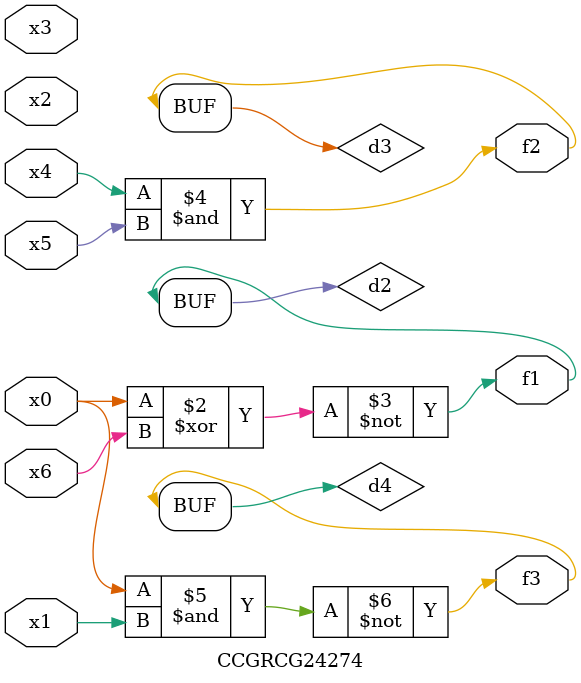
<source format=v>
module CCGRCG24274(
	input x0, x1, x2, x3, x4, x5, x6,
	output f1, f2, f3
);

	wire d1, d2, d3, d4;

	nor (d1, x0);
	xnor (d2, x0, x6);
	and (d3, x4, x5);
	nand (d4, x0, x1);
	assign f1 = d2;
	assign f2 = d3;
	assign f3 = d4;
endmodule

</source>
